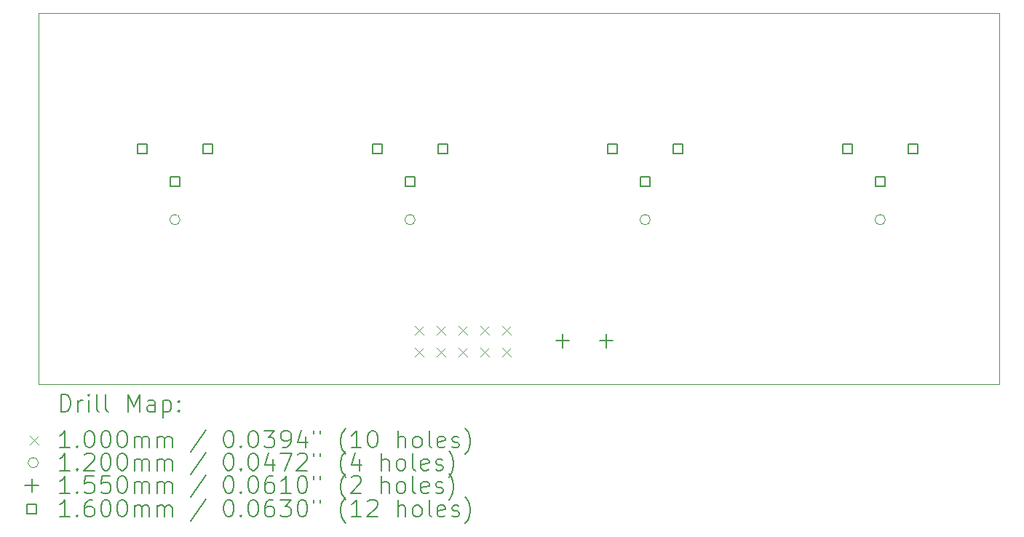
<source format=gbr>
%TF.GenerationSoftware,KiCad,Pcbnew,7.0.6*%
%TF.CreationDate,2023-11-23T12:55:43+01:00*%
%TF.ProjectId,xlrmale,786c726d-616c-4652-9e6b-696361645f70,1*%
%TF.SameCoordinates,Original*%
%TF.FileFunction,Drillmap*%
%TF.FilePolarity,Positive*%
%FSLAX45Y45*%
G04 Gerber Fmt 4.5, Leading zero omitted, Abs format (unit mm)*
G04 Created by KiCad (PCBNEW 7.0.6) date 2023-11-23 12:55:43*
%MOMM*%
%LPD*%
G01*
G04 APERTURE LIST*
%ADD10C,0.100000*%
%ADD11C,0.200000*%
%ADD12C,0.120000*%
%ADD13C,0.155000*%
%ADD14C,0.160000*%
G04 APERTURE END LIST*
D10*
X8509000Y-7620000D02*
X19685000Y-7620000D01*
X19685000Y-11938000D01*
X8509000Y-11938000D01*
X8509000Y-7620000D01*
D11*
D10*
X12881600Y-11255000D02*
X12981600Y-11355000D01*
X12981600Y-11255000D02*
X12881600Y-11355000D01*
X12881600Y-11509000D02*
X12981600Y-11609000D01*
X12981600Y-11509000D02*
X12881600Y-11609000D01*
X13135600Y-11255000D02*
X13235600Y-11355000D01*
X13235600Y-11255000D02*
X13135600Y-11355000D01*
X13135600Y-11509000D02*
X13235600Y-11609000D01*
X13235600Y-11509000D02*
X13135600Y-11609000D01*
X13389600Y-11255000D02*
X13489600Y-11355000D01*
X13489600Y-11255000D02*
X13389600Y-11355000D01*
X13389600Y-11509000D02*
X13489600Y-11609000D01*
X13489600Y-11509000D02*
X13389600Y-11609000D01*
X13643600Y-11255000D02*
X13743600Y-11355000D01*
X13743600Y-11255000D02*
X13643600Y-11355000D01*
X13643600Y-11509000D02*
X13743600Y-11609000D01*
X13743600Y-11509000D02*
X13643600Y-11609000D01*
X13897600Y-11255000D02*
X13997600Y-11355000D01*
X13997600Y-11255000D02*
X13897600Y-11355000D01*
X13897600Y-11509000D02*
X13997600Y-11609000D01*
X13997600Y-11509000D02*
X13897600Y-11609000D01*
D12*
X10152000Y-10020300D02*
G75*
G03*
X10152000Y-10020300I-60000J0D01*
G01*
X12887000Y-10020300D02*
G75*
G03*
X12887000Y-10020300I-60000J0D01*
G01*
X15622000Y-10020300D02*
G75*
G03*
X15622000Y-10020300I-60000J0D01*
G01*
X18357000Y-10020300D02*
G75*
G03*
X18357000Y-10020300I-60000J0D01*
G01*
D13*
X14605000Y-11352500D02*
X14605000Y-11507500D01*
X14527500Y-11430000D02*
X14682500Y-11430000D01*
X15113000Y-11352500D02*
X15113000Y-11507500D01*
X15035500Y-11430000D02*
X15190500Y-11430000D01*
D14*
X9767569Y-9251369D02*
X9767569Y-9138231D01*
X9654431Y-9138231D01*
X9654431Y-9251369D01*
X9767569Y-9251369D01*
X10148569Y-9632369D02*
X10148569Y-9519231D01*
X10035431Y-9519231D01*
X10035431Y-9632369D01*
X10148569Y-9632369D01*
X10529569Y-9251369D02*
X10529569Y-9138231D01*
X10416431Y-9138231D01*
X10416431Y-9251369D01*
X10529569Y-9251369D01*
X12502569Y-9251369D02*
X12502569Y-9138231D01*
X12389431Y-9138231D01*
X12389431Y-9251369D01*
X12502569Y-9251369D01*
X12883569Y-9632369D02*
X12883569Y-9519231D01*
X12770431Y-9519231D01*
X12770431Y-9632369D01*
X12883569Y-9632369D01*
X13264569Y-9251369D02*
X13264569Y-9138231D01*
X13151431Y-9138231D01*
X13151431Y-9251369D01*
X13264569Y-9251369D01*
X15237569Y-9251369D02*
X15237569Y-9138231D01*
X15124431Y-9138231D01*
X15124431Y-9251369D01*
X15237569Y-9251369D01*
X15618569Y-9632369D02*
X15618569Y-9519231D01*
X15505431Y-9519231D01*
X15505431Y-9632369D01*
X15618569Y-9632369D01*
X15999569Y-9251369D02*
X15999569Y-9138231D01*
X15886431Y-9138231D01*
X15886431Y-9251369D01*
X15999569Y-9251369D01*
X17972569Y-9251369D02*
X17972569Y-9138231D01*
X17859431Y-9138231D01*
X17859431Y-9251369D01*
X17972569Y-9251369D01*
X18353569Y-9632369D02*
X18353569Y-9519231D01*
X18240431Y-9519231D01*
X18240431Y-9632369D01*
X18353569Y-9632369D01*
X18734569Y-9251369D02*
X18734569Y-9138231D01*
X18621431Y-9138231D01*
X18621431Y-9251369D01*
X18734569Y-9251369D01*
D11*
X8764777Y-12254484D02*
X8764777Y-12054484D01*
X8764777Y-12054484D02*
X8812396Y-12054484D01*
X8812396Y-12054484D02*
X8840967Y-12064008D01*
X8840967Y-12064008D02*
X8860015Y-12083055D01*
X8860015Y-12083055D02*
X8869539Y-12102103D01*
X8869539Y-12102103D02*
X8879063Y-12140198D01*
X8879063Y-12140198D02*
X8879063Y-12168769D01*
X8879063Y-12168769D02*
X8869539Y-12206865D01*
X8869539Y-12206865D02*
X8860015Y-12225912D01*
X8860015Y-12225912D02*
X8840967Y-12244960D01*
X8840967Y-12244960D02*
X8812396Y-12254484D01*
X8812396Y-12254484D02*
X8764777Y-12254484D01*
X8964777Y-12254484D02*
X8964777Y-12121150D01*
X8964777Y-12159246D02*
X8974301Y-12140198D01*
X8974301Y-12140198D02*
X8983824Y-12130674D01*
X8983824Y-12130674D02*
X9002872Y-12121150D01*
X9002872Y-12121150D02*
X9021920Y-12121150D01*
X9088586Y-12254484D02*
X9088586Y-12121150D01*
X9088586Y-12054484D02*
X9079063Y-12064008D01*
X9079063Y-12064008D02*
X9088586Y-12073531D01*
X9088586Y-12073531D02*
X9098110Y-12064008D01*
X9098110Y-12064008D02*
X9088586Y-12054484D01*
X9088586Y-12054484D02*
X9088586Y-12073531D01*
X9212396Y-12254484D02*
X9193348Y-12244960D01*
X9193348Y-12244960D02*
X9183824Y-12225912D01*
X9183824Y-12225912D02*
X9183824Y-12054484D01*
X9317158Y-12254484D02*
X9298110Y-12244960D01*
X9298110Y-12244960D02*
X9288586Y-12225912D01*
X9288586Y-12225912D02*
X9288586Y-12054484D01*
X9545729Y-12254484D02*
X9545729Y-12054484D01*
X9545729Y-12054484D02*
X9612396Y-12197341D01*
X9612396Y-12197341D02*
X9679063Y-12054484D01*
X9679063Y-12054484D02*
X9679063Y-12254484D01*
X9860015Y-12254484D02*
X9860015Y-12149722D01*
X9860015Y-12149722D02*
X9850491Y-12130674D01*
X9850491Y-12130674D02*
X9831444Y-12121150D01*
X9831444Y-12121150D02*
X9793348Y-12121150D01*
X9793348Y-12121150D02*
X9774301Y-12130674D01*
X9860015Y-12244960D02*
X9840967Y-12254484D01*
X9840967Y-12254484D02*
X9793348Y-12254484D01*
X9793348Y-12254484D02*
X9774301Y-12244960D01*
X9774301Y-12244960D02*
X9764777Y-12225912D01*
X9764777Y-12225912D02*
X9764777Y-12206865D01*
X9764777Y-12206865D02*
X9774301Y-12187817D01*
X9774301Y-12187817D02*
X9793348Y-12178293D01*
X9793348Y-12178293D02*
X9840967Y-12178293D01*
X9840967Y-12178293D02*
X9860015Y-12168769D01*
X9955253Y-12121150D02*
X9955253Y-12321150D01*
X9955253Y-12130674D02*
X9974301Y-12121150D01*
X9974301Y-12121150D02*
X10012396Y-12121150D01*
X10012396Y-12121150D02*
X10031444Y-12130674D01*
X10031444Y-12130674D02*
X10040967Y-12140198D01*
X10040967Y-12140198D02*
X10050491Y-12159246D01*
X10050491Y-12159246D02*
X10050491Y-12216388D01*
X10050491Y-12216388D02*
X10040967Y-12235436D01*
X10040967Y-12235436D02*
X10031444Y-12244960D01*
X10031444Y-12244960D02*
X10012396Y-12254484D01*
X10012396Y-12254484D02*
X9974301Y-12254484D01*
X9974301Y-12254484D02*
X9955253Y-12244960D01*
X10136205Y-12235436D02*
X10145729Y-12244960D01*
X10145729Y-12244960D02*
X10136205Y-12254484D01*
X10136205Y-12254484D02*
X10126682Y-12244960D01*
X10126682Y-12244960D02*
X10136205Y-12235436D01*
X10136205Y-12235436D02*
X10136205Y-12254484D01*
X10136205Y-12130674D02*
X10145729Y-12140198D01*
X10145729Y-12140198D02*
X10136205Y-12149722D01*
X10136205Y-12149722D02*
X10126682Y-12140198D01*
X10126682Y-12140198D02*
X10136205Y-12130674D01*
X10136205Y-12130674D02*
X10136205Y-12149722D01*
D10*
X8404000Y-12533000D02*
X8504000Y-12633000D01*
X8504000Y-12533000D02*
X8404000Y-12633000D01*
D11*
X8869539Y-12674484D02*
X8755253Y-12674484D01*
X8812396Y-12674484D02*
X8812396Y-12474484D01*
X8812396Y-12474484D02*
X8793348Y-12503055D01*
X8793348Y-12503055D02*
X8774301Y-12522103D01*
X8774301Y-12522103D02*
X8755253Y-12531627D01*
X8955253Y-12655436D02*
X8964777Y-12664960D01*
X8964777Y-12664960D02*
X8955253Y-12674484D01*
X8955253Y-12674484D02*
X8945729Y-12664960D01*
X8945729Y-12664960D02*
X8955253Y-12655436D01*
X8955253Y-12655436D02*
X8955253Y-12674484D01*
X9088586Y-12474484D02*
X9107634Y-12474484D01*
X9107634Y-12474484D02*
X9126682Y-12484008D01*
X9126682Y-12484008D02*
X9136205Y-12493531D01*
X9136205Y-12493531D02*
X9145729Y-12512579D01*
X9145729Y-12512579D02*
X9155253Y-12550674D01*
X9155253Y-12550674D02*
X9155253Y-12598293D01*
X9155253Y-12598293D02*
X9145729Y-12636388D01*
X9145729Y-12636388D02*
X9136205Y-12655436D01*
X9136205Y-12655436D02*
X9126682Y-12664960D01*
X9126682Y-12664960D02*
X9107634Y-12674484D01*
X9107634Y-12674484D02*
X9088586Y-12674484D01*
X9088586Y-12674484D02*
X9069539Y-12664960D01*
X9069539Y-12664960D02*
X9060015Y-12655436D01*
X9060015Y-12655436D02*
X9050491Y-12636388D01*
X9050491Y-12636388D02*
X9040967Y-12598293D01*
X9040967Y-12598293D02*
X9040967Y-12550674D01*
X9040967Y-12550674D02*
X9050491Y-12512579D01*
X9050491Y-12512579D02*
X9060015Y-12493531D01*
X9060015Y-12493531D02*
X9069539Y-12484008D01*
X9069539Y-12484008D02*
X9088586Y-12474484D01*
X9279063Y-12474484D02*
X9298110Y-12474484D01*
X9298110Y-12474484D02*
X9317158Y-12484008D01*
X9317158Y-12484008D02*
X9326682Y-12493531D01*
X9326682Y-12493531D02*
X9336205Y-12512579D01*
X9336205Y-12512579D02*
X9345729Y-12550674D01*
X9345729Y-12550674D02*
X9345729Y-12598293D01*
X9345729Y-12598293D02*
X9336205Y-12636388D01*
X9336205Y-12636388D02*
X9326682Y-12655436D01*
X9326682Y-12655436D02*
X9317158Y-12664960D01*
X9317158Y-12664960D02*
X9298110Y-12674484D01*
X9298110Y-12674484D02*
X9279063Y-12674484D01*
X9279063Y-12674484D02*
X9260015Y-12664960D01*
X9260015Y-12664960D02*
X9250491Y-12655436D01*
X9250491Y-12655436D02*
X9240967Y-12636388D01*
X9240967Y-12636388D02*
X9231444Y-12598293D01*
X9231444Y-12598293D02*
X9231444Y-12550674D01*
X9231444Y-12550674D02*
X9240967Y-12512579D01*
X9240967Y-12512579D02*
X9250491Y-12493531D01*
X9250491Y-12493531D02*
X9260015Y-12484008D01*
X9260015Y-12484008D02*
X9279063Y-12474484D01*
X9469539Y-12474484D02*
X9488586Y-12474484D01*
X9488586Y-12474484D02*
X9507634Y-12484008D01*
X9507634Y-12484008D02*
X9517158Y-12493531D01*
X9517158Y-12493531D02*
X9526682Y-12512579D01*
X9526682Y-12512579D02*
X9536205Y-12550674D01*
X9536205Y-12550674D02*
X9536205Y-12598293D01*
X9536205Y-12598293D02*
X9526682Y-12636388D01*
X9526682Y-12636388D02*
X9517158Y-12655436D01*
X9517158Y-12655436D02*
X9507634Y-12664960D01*
X9507634Y-12664960D02*
X9488586Y-12674484D01*
X9488586Y-12674484D02*
X9469539Y-12674484D01*
X9469539Y-12674484D02*
X9450491Y-12664960D01*
X9450491Y-12664960D02*
X9440967Y-12655436D01*
X9440967Y-12655436D02*
X9431444Y-12636388D01*
X9431444Y-12636388D02*
X9421920Y-12598293D01*
X9421920Y-12598293D02*
X9421920Y-12550674D01*
X9421920Y-12550674D02*
X9431444Y-12512579D01*
X9431444Y-12512579D02*
X9440967Y-12493531D01*
X9440967Y-12493531D02*
X9450491Y-12484008D01*
X9450491Y-12484008D02*
X9469539Y-12474484D01*
X9621920Y-12674484D02*
X9621920Y-12541150D01*
X9621920Y-12560198D02*
X9631444Y-12550674D01*
X9631444Y-12550674D02*
X9650491Y-12541150D01*
X9650491Y-12541150D02*
X9679063Y-12541150D01*
X9679063Y-12541150D02*
X9698110Y-12550674D01*
X9698110Y-12550674D02*
X9707634Y-12569722D01*
X9707634Y-12569722D02*
X9707634Y-12674484D01*
X9707634Y-12569722D02*
X9717158Y-12550674D01*
X9717158Y-12550674D02*
X9736205Y-12541150D01*
X9736205Y-12541150D02*
X9764777Y-12541150D01*
X9764777Y-12541150D02*
X9783825Y-12550674D01*
X9783825Y-12550674D02*
X9793348Y-12569722D01*
X9793348Y-12569722D02*
X9793348Y-12674484D01*
X9888586Y-12674484D02*
X9888586Y-12541150D01*
X9888586Y-12560198D02*
X9898110Y-12550674D01*
X9898110Y-12550674D02*
X9917158Y-12541150D01*
X9917158Y-12541150D02*
X9945729Y-12541150D01*
X9945729Y-12541150D02*
X9964777Y-12550674D01*
X9964777Y-12550674D02*
X9974301Y-12569722D01*
X9974301Y-12569722D02*
X9974301Y-12674484D01*
X9974301Y-12569722D02*
X9983825Y-12550674D01*
X9983825Y-12550674D02*
X10002872Y-12541150D01*
X10002872Y-12541150D02*
X10031444Y-12541150D01*
X10031444Y-12541150D02*
X10050491Y-12550674D01*
X10050491Y-12550674D02*
X10060015Y-12569722D01*
X10060015Y-12569722D02*
X10060015Y-12674484D01*
X10450491Y-12464960D02*
X10279063Y-12722103D01*
X10707634Y-12474484D02*
X10726682Y-12474484D01*
X10726682Y-12474484D02*
X10745729Y-12484008D01*
X10745729Y-12484008D02*
X10755253Y-12493531D01*
X10755253Y-12493531D02*
X10764777Y-12512579D01*
X10764777Y-12512579D02*
X10774301Y-12550674D01*
X10774301Y-12550674D02*
X10774301Y-12598293D01*
X10774301Y-12598293D02*
X10764777Y-12636388D01*
X10764777Y-12636388D02*
X10755253Y-12655436D01*
X10755253Y-12655436D02*
X10745729Y-12664960D01*
X10745729Y-12664960D02*
X10726682Y-12674484D01*
X10726682Y-12674484D02*
X10707634Y-12674484D01*
X10707634Y-12674484D02*
X10688587Y-12664960D01*
X10688587Y-12664960D02*
X10679063Y-12655436D01*
X10679063Y-12655436D02*
X10669539Y-12636388D01*
X10669539Y-12636388D02*
X10660015Y-12598293D01*
X10660015Y-12598293D02*
X10660015Y-12550674D01*
X10660015Y-12550674D02*
X10669539Y-12512579D01*
X10669539Y-12512579D02*
X10679063Y-12493531D01*
X10679063Y-12493531D02*
X10688587Y-12484008D01*
X10688587Y-12484008D02*
X10707634Y-12474484D01*
X10860015Y-12655436D02*
X10869539Y-12664960D01*
X10869539Y-12664960D02*
X10860015Y-12674484D01*
X10860015Y-12674484D02*
X10850491Y-12664960D01*
X10850491Y-12664960D02*
X10860015Y-12655436D01*
X10860015Y-12655436D02*
X10860015Y-12674484D01*
X10993348Y-12474484D02*
X11012396Y-12474484D01*
X11012396Y-12474484D02*
X11031444Y-12484008D01*
X11031444Y-12484008D02*
X11040968Y-12493531D01*
X11040968Y-12493531D02*
X11050491Y-12512579D01*
X11050491Y-12512579D02*
X11060015Y-12550674D01*
X11060015Y-12550674D02*
X11060015Y-12598293D01*
X11060015Y-12598293D02*
X11050491Y-12636388D01*
X11050491Y-12636388D02*
X11040968Y-12655436D01*
X11040968Y-12655436D02*
X11031444Y-12664960D01*
X11031444Y-12664960D02*
X11012396Y-12674484D01*
X11012396Y-12674484D02*
X10993348Y-12674484D01*
X10993348Y-12674484D02*
X10974301Y-12664960D01*
X10974301Y-12664960D02*
X10964777Y-12655436D01*
X10964777Y-12655436D02*
X10955253Y-12636388D01*
X10955253Y-12636388D02*
X10945729Y-12598293D01*
X10945729Y-12598293D02*
X10945729Y-12550674D01*
X10945729Y-12550674D02*
X10955253Y-12512579D01*
X10955253Y-12512579D02*
X10964777Y-12493531D01*
X10964777Y-12493531D02*
X10974301Y-12484008D01*
X10974301Y-12484008D02*
X10993348Y-12474484D01*
X11126682Y-12474484D02*
X11250491Y-12474484D01*
X11250491Y-12474484D02*
X11183825Y-12550674D01*
X11183825Y-12550674D02*
X11212396Y-12550674D01*
X11212396Y-12550674D02*
X11231444Y-12560198D01*
X11231444Y-12560198D02*
X11240967Y-12569722D01*
X11240967Y-12569722D02*
X11250491Y-12588769D01*
X11250491Y-12588769D02*
X11250491Y-12636388D01*
X11250491Y-12636388D02*
X11240967Y-12655436D01*
X11240967Y-12655436D02*
X11231444Y-12664960D01*
X11231444Y-12664960D02*
X11212396Y-12674484D01*
X11212396Y-12674484D02*
X11155253Y-12674484D01*
X11155253Y-12674484D02*
X11136206Y-12664960D01*
X11136206Y-12664960D02*
X11126682Y-12655436D01*
X11345729Y-12674484D02*
X11383825Y-12674484D01*
X11383825Y-12674484D02*
X11402872Y-12664960D01*
X11402872Y-12664960D02*
X11412396Y-12655436D01*
X11412396Y-12655436D02*
X11431444Y-12626865D01*
X11431444Y-12626865D02*
X11440967Y-12588769D01*
X11440967Y-12588769D02*
X11440967Y-12512579D01*
X11440967Y-12512579D02*
X11431444Y-12493531D01*
X11431444Y-12493531D02*
X11421920Y-12484008D01*
X11421920Y-12484008D02*
X11402872Y-12474484D01*
X11402872Y-12474484D02*
X11364777Y-12474484D01*
X11364777Y-12474484D02*
X11345729Y-12484008D01*
X11345729Y-12484008D02*
X11336206Y-12493531D01*
X11336206Y-12493531D02*
X11326682Y-12512579D01*
X11326682Y-12512579D02*
X11326682Y-12560198D01*
X11326682Y-12560198D02*
X11336206Y-12579246D01*
X11336206Y-12579246D02*
X11345729Y-12588769D01*
X11345729Y-12588769D02*
X11364777Y-12598293D01*
X11364777Y-12598293D02*
X11402872Y-12598293D01*
X11402872Y-12598293D02*
X11421920Y-12588769D01*
X11421920Y-12588769D02*
X11431444Y-12579246D01*
X11431444Y-12579246D02*
X11440967Y-12560198D01*
X11612396Y-12541150D02*
X11612396Y-12674484D01*
X11564777Y-12464960D02*
X11517158Y-12607817D01*
X11517158Y-12607817D02*
X11640967Y-12607817D01*
X11707634Y-12474484D02*
X11707634Y-12512579D01*
X11783825Y-12474484D02*
X11783825Y-12512579D01*
X12079063Y-12750674D02*
X12069539Y-12741150D01*
X12069539Y-12741150D02*
X12050491Y-12712579D01*
X12050491Y-12712579D02*
X12040968Y-12693531D01*
X12040968Y-12693531D02*
X12031444Y-12664960D01*
X12031444Y-12664960D02*
X12021920Y-12617341D01*
X12021920Y-12617341D02*
X12021920Y-12579246D01*
X12021920Y-12579246D02*
X12031444Y-12531627D01*
X12031444Y-12531627D02*
X12040968Y-12503055D01*
X12040968Y-12503055D02*
X12050491Y-12484008D01*
X12050491Y-12484008D02*
X12069539Y-12455436D01*
X12069539Y-12455436D02*
X12079063Y-12445912D01*
X12260015Y-12674484D02*
X12145729Y-12674484D01*
X12202872Y-12674484D02*
X12202872Y-12474484D01*
X12202872Y-12474484D02*
X12183825Y-12503055D01*
X12183825Y-12503055D02*
X12164777Y-12522103D01*
X12164777Y-12522103D02*
X12145729Y-12531627D01*
X12383825Y-12474484D02*
X12402872Y-12474484D01*
X12402872Y-12474484D02*
X12421920Y-12484008D01*
X12421920Y-12484008D02*
X12431444Y-12493531D01*
X12431444Y-12493531D02*
X12440968Y-12512579D01*
X12440968Y-12512579D02*
X12450491Y-12550674D01*
X12450491Y-12550674D02*
X12450491Y-12598293D01*
X12450491Y-12598293D02*
X12440968Y-12636388D01*
X12440968Y-12636388D02*
X12431444Y-12655436D01*
X12431444Y-12655436D02*
X12421920Y-12664960D01*
X12421920Y-12664960D02*
X12402872Y-12674484D01*
X12402872Y-12674484D02*
X12383825Y-12674484D01*
X12383825Y-12674484D02*
X12364777Y-12664960D01*
X12364777Y-12664960D02*
X12355253Y-12655436D01*
X12355253Y-12655436D02*
X12345729Y-12636388D01*
X12345729Y-12636388D02*
X12336206Y-12598293D01*
X12336206Y-12598293D02*
X12336206Y-12550674D01*
X12336206Y-12550674D02*
X12345729Y-12512579D01*
X12345729Y-12512579D02*
X12355253Y-12493531D01*
X12355253Y-12493531D02*
X12364777Y-12484008D01*
X12364777Y-12484008D02*
X12383825Y-12474484D01*
X12688587Y-12674484D02*
X12688587Y-12474484D01*
X12774301Y-12674484D02*
X12774301Y-12569722D01*
X12774301Y-12569722D02*
X12764777Y-12550674D01*
X12764777Y-12550674D02*
X12745730Y-12541150D01*
X12745730Y-12541150D02*
X12717158Y-12541150D01*
X12717158Y-12541150D02*
X12698110Y-12550674D01*
X12698110Y-12550674D02*
X12688587Y-12560198D01*
X12898110Y-12674484D02*
X12879063Y-12664960D01*
X12879063Y-12664960D02*
X12869539Y-12655436D01*
X12869539Y-12655436D02*
X12860015Y-12636388D01*
X12860015Y-12636388D02*
X12860015Y-12579246D01*
X12860015Y-12579246D02*
X12869539Y-12560198D01*
X12869539Y-12560198D02*
X12879063Y-12550674D01*
X12879063Y-12550674D02*
X12898110Y-12541150D01*
X12898110Y-12541150D02*
X12926682Y-12541150D01*
X12926682Y-12541150D02*
X12945730Y-12550674D01*
X12945730Y-12550674D02*
X12955253Y-12560198D01*
X12955253Y-12560198D02*
X12964777Y-12579246D01*
X12964777Y-12579246D02*
X12964777Y-12636388D01*
X12964777Y-12636388D02*
X12955253Y-12655436D01*
X12955253Y-12655436D02*
X12945730Y-12664960D01*
X12945730Y-12664960D02*
X12926682Y-12674484D01*
X12926682Y-12674484D02*
X12898110Y-12674484D01*
X13079063Y-12674484D02*
X13060015Y-12664960D01*
X13060015Y-12664960D02*
X13050491Y-12645912D01*
X13050491Y-12645912D02*
X13050491Y-12474484D01*
X13231444Y-12664960D02*
X13212396Y-12674484D01*
X13212396Y-12674484D02*
X13174301Y-12674484D01*
X13174301Y-12674484D02*
X13155253Y-12664960D01*
X13155253Y-12664960D02*
X13145730Y-12645912D01*
X13145730Y-12645912D02*
X13145730Y-12569722D01*
X13145730Y-12569722D02*
X13155253Y-12550674D01*
X13155253Y-12550674D02*
X13174301Y-12541150D01*
X13174301Y-12541150D02*
X13212396Y-12541150D01*
X13212396Y-12541150D02*
X13231444Y-12550674D01*
X13231444Y-12550674D02*
X13240968Y-12569722D01*
X13240968Y-12569722D02*
X13240968Y-12588769D01*
X13240968Y-12588769D02*
X13145730Y-12607817D01*
X13317158Y-12664960D02*
X13336206Y-12674484D01*
X13336206Y-12674484D02*
X13374301Y-12674484D01*
X13374301Y-12674484D02*
X13393349Y-12664960D01*
X13393349Y-12664960D02*
X13402872Y-12645912D01*
X13402872Y-12645912D02*
X13402872Y-12636388D01*
X13402872Y-12636388D02*
X13393349Y-12617341D01*
X13393349Y-12617341D02*
X13374301Y-12607817D01*
X13374301Y-12607817D02*
X13345730Y-12607817D01*
X13345730Y-12607817D02*
X13326682Y-12598293D01*
X13326682Y-12598293D02*
X13317158Y-12579246D01*
X13317158Y-12579246D02*
X13317158Y-12569722D01*
X13317158Y-12569722D02*
X13326682Y-12550674D01*
X13326682Y-12550674D02*
X13345730Y-12541150D01*
X13345730Y-12541150D02*
X13374301Y-12541150D01*
X13374301Y-12541150D02*
X13393349Y-12550674D01*
X13469539Y-12750674D02*
X13479063Y-12741150D01*
X13479063Y-12741150D02*
X13498111Y-12712579D01*
X13498111Y-12712579D02*
X13507634Y-12693531D01*
X13507634Y-12693531D02*
X13517158Y-12664960D01*
X13517158Y-12664960D02*
X13526682Y-12617341D01*
X13526682Y-12617341D02*
X13526682Y-12579246D01*
X13526682Y-12579246D02*
X13517158Y-12531627D01*
X13517158Y-12531627D02*
X13507634Y-12503055D01*
X13507634Y-12503055D02*
X13498111Y-12484008D01*
X13498111Y-12484008D02*
X13479063Y-12455436D01*
X13479063Y-12455436D02*
X13469539Y-12445912D01*
D12*
X8504000Y-12847000D02*
G75*
G03*
X8504000Y-12847000I-60000J0D01*
G01*
D11*
X8869539Y-12938484D02*
X8755253Y-12938484D01*
X8812396Y-12938484D02*
X8812396Y-12738484D01*
X8812396Y-12738484D02*
X8793348Y-12767055D01*
X8793348Y-12767055D02*
X8774301Y-12786103D01*
X8774301Y-12786103D02*
X8755253Y-12795627D01*
X8955253Y-12919436D02*
X8964777Y-12928960D01*
X8964777Y-12928960D02*
X8955253Y-12938484D01*
X8955253Y-12938484D02*
X8945729Y-12928960D01*
X8945729Y-12928960D02*
X8955253Y-12919436D01*
X8955253Y-12919436D02*
X8955253Y-12938484D01*
X9040967Y-12757531D02*
X9050491Y-12748008D01*
X9050491Y-12748008D02*
X9069539Y-12738484D01*
X9069539Y-12738484D02*
X9117158Y-12738484D01*
X9117158Y-12738484D02*
X9136205Y-12748008D01*
X9136205Y-12748008D02*
X9145729Y-12757531D01*
X9145729Y-12757531D02*
X9155253Y-12776579D01*
X9155253Y-12776579D02*
X9155253Y-12795627D01*
X9155253Y-12795627D02*
X9145729Y-12824198D01*
X9145729Y-12824198D02*
X9031444Y-12938484D01*
X9031444Y-12938484D02*
X9155253Y-12938484D01*
X9279063Y-12738484D02*
X9298110Y-12738484D01*
X9298110Y-12738484D02*
X9317158Y-12748008D01*
X9317158Y-12748008D02*
X9326682Y-12757531D01*
X9326682Y-12757531D02*
X9336205Y-12776579D01*
X9336205Y-12776579D02*
X9345729Y-12814674D01*
X9345729Y-12814674D02*
X9345729Y-12862293D01*
X9345729Y-12862293D02*
X9336205Y-12900388D01*
X9336205Y-12900388D02*
X9326682Y-12919436D01*
X9326682Y-12919436D02*
X9317158Y-12928960D01*
X9317158Y-12928960D02*
X9298110Y-12938484D01*
X9298110Y-12938484D02*
X9279063Y-12938484D01*
X9279063Y-12938484D02*
X9260015Y-12928960D01*
X9260015Y-12928960D02*
X9250491Y-12919436D01*
X9250491Y-12919436D02*
X9240967Y-12900388D01*
X9240967Y-12900388D02*
X9231444Y-12862293D01*
X9231444Y-12862293D02*
X9231444Y-12814674D01*
X9231444Y-12814674D02*
X9240967Y-12776579D01*
X9240967Y-12776579D02*
X9250491Y-12757531D01*
X9250491Y-12757531D02*
X9260015Y-12748008D01*
X9260015Y-12748008D02*
X9279063Y-12738484D01*
X9469539Y-12738484D02*
X9488586Y-12738484D01*
X9488586Y-12738484D02*
X9507634Y-12748008D01*
X9507634Y-12748008D02*
X9517158Y-12757531D01*
X9517158Y-12757531D02*
X9526682Y-12776579D01*
X9526682Y-12776579D02*
X9536205Y-12814674D01*
X9536205Y-12814674D02*
X9536205Y-12862293D01*
X9536205Y-12862293D02*
X9526682Y-12900388D01*
X9526682Y-12900388D02*
X9517158Y-12919436D01*
X9517158Y-12919436D02*
X9507634Y-12928960D01*
X9507634Y-12928960D02*
X9488586Y-12938484D01*
X9488586Y-12938484D02*
X9469539Y-12938484D01*
X9469539Y-12938484D02*
X9450491Y-12928960D01*
X9450491Y-12928960D02*
X9440967Y-12919436D01*
X9440967Y-12919436D02*
X9431444Y-12900388D01*
X9431444Y-12900388D02*
X9421920Y-12862293D01*
X9421920Y-12862293D02*
X9421920Y-12814674D01*
X9421920Y-12814674D02*
X9431444Y-12776579D01*
X9431444Y-12776579D02*
X9440967Y-12757531D01*
X9440967Y-12757531D02*
X9450491Y-12748008D01*
X9450491Y-12748008D02*
X9469539Y-12738484D01*
X9621920Y-12938484D02*
X9621920Y-12805150D01*
X9621920Y-12824198D02*
X9631444Y-12814674D01*
X9631444Y-12814674D02*
X9650491Y-12805150D01*
X9650491Y-12805150D02*
X9679063Y-12805150D01*
X9679063Y-12805150D02*
X9698110Y-12814674D01*
X9698110Y-12814674D02*
X9707634Y-12833722D01*
X9707634Y-12833722D02*
X9707634Y-12938484D01*
X9707634Y-12833722D02*
X9717158Y-12814674D01*
X9717158Y-12814674D02*
X9736205Y-12805150D01*
X9736205Y-12805150D02*
X9764777Y-12805150D01*
X9764777Y-12805150D02*
X9783825Y-12814674D01*
X9783825Y-12814674D02*
X9793348Y-12833722D01*
X9793348Y-12833722D02*
X9793348Y-12938484D01*
X9888586Y-12938484D02*
X9888586Y-12805150D01*
X9888586Y-12824198D02*
X9898110Y-12814674D01*
X9898110Y-12814674D02*
X9917158Y-12805150D01*
X9917158Y-12805150D02*
X9945729Y-12805150D01*
X9945729Y-12805150D02*
X9964777Y-12814674D01*
X9964777Y-12814674D02*
X9974301Y-12833722D01*
X9974301Y-12833722D02*
X9974301Y-12938484D01*
X9974301Y-12833722D02*
X9983825Y-12814674D01*
X9983825Y-12814674D02*
X10002872Y-12805150D01*
X10002872Y-12805150D02*
X10031444Y-12805150D01*
X10031444Y-12805150D02*
X10050491Y-12814674D01*
X10050491Y-12814674D02*
X10060015Y-12833722D01*
X10060015Y-12833722D02*
X10060015Y-12938484D01*
X10450491Y-12728960D02*
X10279063Y-12986103D01*
X10707634Y-12738484D02*
X10726682Y-12738484D01*
X10726682Y-12738484D02*
X10745729Y-12748008D01*
X10745729Y-12748008D02*
X10755253Y-12757531D01*
X10755253Y-12757531D02*
X10764777Y-12776579D01*
X10764777Y-12776579D02*
X10774301Y-12814674D01*
X10774301Y-12814674D02*
X10774301Y-12862293D01*
X10774301Y-12862293D02*
X10764777Y-12900388D01*
X10764777Y-12900388D02*
X10755253Y-12919436D01*
X10755253Y-12919436D02*
X10745729Y-12928960D01*
X10745729Y-12928960D02*
X10726682Y-12938484D01*
X10726682Y-12938484D02*
X10707634Y-12938484D01*
X10707634Y-12938484D02*
X10688587Y-12928960D01*
X10688587Y-12928960D02*
X10679063Y-12919436D01*
X10679063Y-12919436D02*
X10669539Y-12900388D01*
X10669539Y-12900388D02*
X10660015Y-12862293D01*
X10660015Y-12862293D02*
X10660015Y-12814674D01*
X10660015Y-12814674D02*
X10669539Y-12776579D01*
X10669539Y-12776579D02*
X10679063Y-12757531D01*
X10679063Y-12757531D02*
X10688587Y-12748008D01*
X10688587Y-12748008D02*
X10707634Y-12738484D01*
X10860015Y-12919436D02*
X10869539Y-12928960D01*
X10869539Y-12928960D02*
X10860015Y-12938484D01*
X10860015Y-12938484D02*
X10850491Y-12928960D01*
X10850491Y-12928960D02*
X10860015Y-12919436D01*
X10860015Y-12919436D02*
X10860015Y-12938484D01*
X10993348Y-12738484D02*
X11012396Y-12738484D01*
X11012396Y-12738484D02*
X11031444Y-12748008D01*
X11031444Y-12748008D02*
X11040968Y-12757531D01*
X11040968Y-12757531D02*
X11050491Y-12776579D01*
X11050491Y-12776579D02*
X11060015Y-12814674D01*
X11060015Y-12814674D02*
X11060015Y-12862293D01*
X11060015Y-12862293D02*
X11050491Y-12900388D01*
X11050491Y-12900388D02*
X11040968Y-12919436D01*
X11040968Y-12919436D02*
X11031444Y-12928960D01*
X11031444Y-12928960D02*
X11012396Y-12938484D01*
X11012396Y-12938484D02*
X10993348Y-12938484D01*
X10993348Y-12938484D02*
X10974301Y-12928960D01*
X10974301Y-12928960D02*
X10964777Y-12919436D01*
X10964777Y-12919436D02*
X10955253Y-12900388D01*
X10955253Y-12900388D02*
X10945729Y-12862293D01*
X10945729Y-12862293D02*
X10945729Y-12814674D01*
X10945729Y-12814674D02*
X10955253Y-12776579D01*
X10955253Y-12776579D02*
X10964777Y-12757531D01*
X10964777Y-12757531D02*
X10974301Y-12748008D01*
X10974301Y-12748008D02*
X10993348Y-12738484D01*
X11231444Y-12805150D02*
X11231444Y-12938484D01*
X11183825Y-12728960D02*
X11136206Y-12871817D01*
X11136206Y-12871817D02*
X11260015Y-12871817D01*
X11317158Y-12738484D02*
X11450491Y-12738484D01*
X11450491Y-12738484D02*
X11364777Y-12938484D01*
X11517158Y-12757531D02*
X11526682Y-12748008D01*
X11526682Y-12748008D02*
X11545729Y-12738484D01*
X11545729Y-12738484D02*
X11593348Y-12738484D01*
X11593348Y-12738484D02*
X11612396Y-12748008D01*
X11612396Y-12748008D02*
X11621920Y-12757531D01*
X11621920Y-12757531D02*
X11631444Y-12776579D01*
X11631444Y-12776579D02*
X11631444Y-12795627D01*
X11631444Y-12795627D02*
X11621920Y-12824198D01*
X11621920Y-12824198D02*
X11507634Y-12938484D01*
X11507634Y-12938484D02*
X11631444Y-12938484D01*
X11707634Y-12738484D02*
X11707634Y-12776579D01*
X11783825Y-12738484D02*
X11783825Y-12776579D01*
X12079063Y-13014674D02*
X12069539Y-13005150D01*
X12069539Y-13005150D02*
X12050491Y-12976579D01*
X12050491Y-12976579D02*
X12040968Y-12957531D01*
X12040968Y-12957531D02*
X12031444Y-12928960D01*
X12031444Y-12928960D02*
X12021920Y-12881341D01*
X12021920Y-12881341D02*
X12021920Y-12843246D01*
X12021920Y-12843246D02*
X12031444Y-12795627D01*
X12031444Y-12795627D02*
X12040968Y-12767055D01*
X12040968Y-12767055D02*
X12050491Y-12748008D01*
X12050491Y-12748008D02*
X12069539Y-12719436D01*
X12069539Y-12719436D02*
X12079063Y-12709912D01*
X12240968Y-12805150D02*
X12240968Y-12938484D01*
X12193348Y-12728960D02*
X12145729Y-12871817D01*
X12145729Y-12871817D02*
X12269539Y-12871817D01*
X12498110Y-12938484D02*
X12498110Y-12738484D01*
X12583825Y-12938484D02*
X12583825Y-12833722D01*
X12583825Y-12833722D02*
X12574301Y-12814674D01*
X12574301Y-12814674D02*
X12555253Y-12805150D01*
X12555253Y-12805150D02*
X12526682Y-12805150D01*
X12526682Y-12805150D02*
X12507634Y-12814674D01*
X12507634Y-12814674D02*
X12498110Y-12824198D01*
X12707634Y-12938484D02*
X12688587Y-12928960D01*
X12688587Y-12928960D02*
X12679063Y-12919436D01*
X12679063Y-12919436D02*
X12669539Y-12900388D01*
X12669539Y-12900388D02*
X12669539Y-12843246D01*
X12669539Y-12843246D02*
X12679063Y-12824198D01*
X12679063Y-12824198D02*
X12688587Y-12814674D01*
X12688587Y-12814674D02*
X12707634Y-12805150D01*
X12707634Y-12805150D02*
X12736206Y-12805150D01*
X12736206Y-12805150D02*
X12755253Y-12814674D01*
X12755253Y-12814674D02*
X12764777Y-12824198D01*
X12764777Y-12824198D02*
X12774301Y-12843246D01*
X12774301Y-12843246D02*
X12774301Y-12900388D01*
X12774301Y-12900388D02*
X12764777Y-12919436D01*
X12764777Y-12919436D02*
X12755253Y-12928960D01*
X12755253Y-12928960D02*
X12736206Y-12938484D01*
X12736206Y-12938484D02*
X12707634Y-12938484D01*
X12888587Y-12938484D02*
X12869539Y-12928960D01*
X12869539Y-12928960D02*
X12860015Y-12909912D01*
X12860015Y-12909912D02*
X12860015Y-12738484D01*
X13040968Y-12928960D02*
X13021920Y-12938484D01*
X13021920Y-12938484D02*
X12983825Y-12938484D01*
X12983825Y-12938484D02*
X12964777Y-12928960D01*
X12964777Y-12928960D02*
X12955253Y-12909912D01*
X12955253Y-12909912D02*
X12955253Y-12833722D01*
X12955253Y-12833722D02*
X12964777Y-12814674D01*
X12964777Y-12814674D02*
X12983825Y-12805150D01*
X12983825Y-12805150D02*
X13021920Y-12805150D01*
X13021920Y-12805150D02*
X13040968Y-12814674D01*
X13040968Y-12814674D02*
X13050491Y-12833722D01*
X13050491Y-12833722D02*
X13050491Y-12852769D01*
X13050491Y-12852769D02*
X12955253Y-12871817D01*
X13126682Y-12928960D02*
X13145730Y-12938484D01*
X13145730Y-12938484D02*
X13183825Y-12938484D01*
X13183825Y-12938484D02*
X13202872Y-12928960D01*
X13202872Y-12928960D02*
X13212396Y-12909912D01*
X13212396Y-12909912D02*
X13212396Y-12900388D01*
X13212396Y-12900388D02*
X13202872Y-12881341D01*
X13202872Y-12881341D02*
X13183825Y-12871817D01*
X13183825Y-12871817D02*
X13155253Y-12871817D01*
X13155253Y-12871817D02*
X13136206Y-12862293D01*
X13136206Y-12862293D02*
X13126682Y-12843246D01*
X13126682Y-12843246D02*
X13126682Y-12833722D01*
X13126682Y-12833722D02*
X13136206Y-12814674D01*
X13136206Y-12814674D02*
X13155253Y-12805150D01*
X13155253Y-12805150D02*
X13183825Y-12805150D01*
X13183825Y-12805150D02*
X13202872Y-12814674D01*
X13279063Y-13014674D02*
X13288587Y-13005150D01*
X13288587Y-13005150D02*
X13307634Y-12976579D01*
X13307634Y-12976579D02*
X13317158Y-12957531D01*
X13317158Y-12957531D02*
X13326682Y-12928960D01*
X13326682Y-12928960D02*
X13336206Y-12881341D01*
X13336206Y-12881341D02*
X13336206Y-12843246D01*
X13336206Y-12843246D02*
X13326682Y-12795627D01*
X13326682Y-12795627D02*
X13317158Y-12767055D01*
X13317158Y-12767055D02*
X13307634Y-12748008D01*
X13307634Y-12748008D02*
X13288587Y-12719436D01*
X13288587Y-12719436D02*
X13279063Y-12709912D01*
D13*
X8426500Y-13033500D02*
X8426500Y-13188500D01*
X8349000Y-13111000D02*
X8504000Y-13111000D01*
D11*
X8869539Y-13202484D02*
X8755253Y-13202484D01*
X8812396Y-13202484D02*
X8812396Y-13002484D01*
X8812396Y-13002484D02*
X8793348Y-13031055D01*
X8793348Y-13031055D02*
X8774301Y-13050103D01*
X8774301Y-13050103D02*
X8755253Y-13059627D01*
X8955253Y-13183436D02*
X8964777Y-13192960D01*
X8964777Y-13192960D02*
X8955253Y-13202484D01*
X8955253Y-13202484D02*
X8945729Y-13192960D01*
X8945729Y-13192960D02*
X8955253Y-13183436D01*
X8955253Y-13183436D02*
X8955253Y-13202484D01*
X9145729Y-13002484D02*
X9050491Y-13002484D01*
X9050491Y-13002484D02*
X9040967Y-13097722D01*
X9040967Y-13097722D02*
X9050491Y-13088198D01*
X9050491Y-13088198D02*
X9069539Y-13078674D01*
X9069539Y-13078674D02*
X9117158Y-13078674D01*
X9117158Y-13078674D02*
X9136205Y-13088198D01*
X9136205Y-13088198D02*
X9145729Y-13097722D01*
X9145729Y-13097722D02*
X9155253Y-13116769D01*
X9155253Y-13116769D02*
X9155253Y-13164388D01*
X9155253Y-13164388D02*
X9145729Y-13183436D01*
X9145729Y-13183436D02*
X9136205Y-13192960D01*
X9136205Y-13192960D02*
X9117158Y-13202484D01*
X9117158Y-13202484D02*
X9069539Y-13202484D01*
X9069539Y-13202484D02*
X9050491Y-13192960D01*
X9050491Y-13192960D02*
X9040967Y-13183436D01*
X9336205Y-13002484D02*
X9240967Y-13002484D01*
X9240967Y-13002484D02*
X9231444Y-13097722D01*
X9231444Y-13097722D02*
X9240967Y-13088198D01*
X9240967Y-13088198D02*
X9260015Y-13078674D01*
X9260015Y-13078674D02*
X9307634Y-13078674D01*
X9307634Y-13078674D02*
X9326682Y-13088198D01*
X9326682Y-13088198D02*
X9336205Y-13097722D01*
X9336205Y-13097722D02*
X9345729Y-13116769D01*
X9345729Y-13116769D02*
X9345729Y-13164388D01*
X9345729Y-13164388D02*
X9336205Y-13183436D01*
X9336205Y-13183436D02*
X9326682Y-13192960D01*
X9326682Y-13192960D02*
X9307634Y-13202484D01*
X9307634Y-13202484D02*
X9260015Y-13202484D01*
X9260015Y-13202484D02*
X9240967Y-13192960D01*
X9240967Y-13192960D02*
X9231444Y-13183436D01*
X9469539Y-13002484D02*
X9488586Y-13002484D01*
X9488586Y-13002484D02*
X9507634Y-13012008D01*
X9507634Y-13012008D02*
X9517158Y-13021531D01*
X9517158Y-13021531D02*
X9526682Y-13040579D01*
X9526682Y-13040579D02*
X9536205Y-13078674D01*
X9536205Y-13078674D02*
X9536205Y-13126293D01*
X9536205Y-13126293D02*
X9526682Y-13164388D01*
X9526682Y-13164388D02*
X9517158Y-13183436D01*
X9517158Y-13183436D02*
X9507634Y-13192960D01*
X9507634Y-13192960D02*
X9488586Y-13202484D01*
X9488586Y-13202484D02*
X9469539Y-13202484D01*
X9469539Y-13202484D02*
X9450491Y-13192960D01*
X9450491Y-13192960D02*
X9440967Y-13183436D01*
X9440967Y-13183436D02*
X9431444Y-13164388D01*
X9431444Y-13164388D02*
X9421920Y-13126293D01*
X9421920Y-13126293D02*
X9421920Y-13078674D01*
X9421920Y-13078674D02*
X9431444Y-13040579D01*
X9431444Y-13040579D02*
X9440967Y-13021531D01*
X9440967Y-13021531D02*
X9450491Y-13012008D01*
X9450491Y-13012008D02*
X9469539Y-13002484D01*
X9621920Y-13202484D02*
X9621920Y-13069150D01*
X9621920Y-13088198D02*
X9631444Y-13078674D01*
X9631444Y-13078674D02*
X9650491Y-13069150D01*
X9650491Y-13069150D02*
X9679063Y-13069150D01*
X9679063Y-13069150D02*
X9698110Y-13078674D01*
X9698110Y-13078674D02*
X9707634Y-13097722D01*
X9707634Y-13097722D02*
X9707634Y-13202484D01*
X9707634Y-13097722D02*
X9717158Y-13078674D01*
X9717158Y-13078674D02*
X9736205Y-13069150D01*
X9736205Y-13069150D02*
X9764777Y-13069150D01*
X9764777Y-13069150D02*
X9783825Y-13078674D01*
X9783825Y-13078674D02*
X9793348Y-13097722D01*
X9793348Y-13097722D02*
X9793348Y-13202484D01*
X9888586Y-13202484D02*
X9888586Y-13069150D01*
X9888586Y-13088198D02*
X9898110Y-13078674D01*
X9898110Y-13078674D02*
X9917158Y-13069150D01*
X9917158Y-13069150D02*
X9945729Y-13069150D01*
X9945729Y-13069150D02*
X9964777Y-13078674D01*
X9964777Y-13078674D02*
X9974301Y-13097722D01*
X9974301Y-13097722D02*
X9974301Y-13202484D01*
X9974301Y-13097722D02*
X9983825Y-13078674D01*
X9983825Y-13078674D02*
X10002872Y-13069150D01*
X10002872Y-13069150D02*
X10031444Y-13069150D01*
X10031444Y-13069150D02*
X10050491Y-13078674D01*
X10050491Y-13078674D02*
X10060015Y-13097722D01*
X10060015Y-13097722D02*
X10060015Y-13202484D01*
X10450491Y-12992960D02*
X10279063Y-13250103D01*
X10707634Y-13002484D02*
X10726682Y-13002484D01*
X10726682Y-13002484D02*
X10745729Y-13012008D01*
X10745729Y-13012008D02*
X10755253Y-13021531D01*
X10755253Y-13021531D02*
X10764777Y-13040579D01*
X10764777Y-13040579D02*
X10774301Y-13078674D01*
X10774301Y-13078674D02*
X10774301Y-13126293D01*
X10774301Y-13126293D02*
X10764777Y-13164388D01*
X10764777Y-13164388D02*
X10755253Y-13183436D01*
X10755253Y-13183436D02*
X10745729Y-13192960D01*
X10745729Y-13192960D02*
X10726682Y-13202484D01*
X10726682Y-13202484D02*
X10707634Y-13202484D01*
X10707634Y-13202484D02*
X10688587Y-13192960D01*
X10688587Y-13192960D02*
X10679063Y-13183436D01*
X10679063Y-13183436D02*
X10669539Y-13164388D01*
X10669539Y-13164388D02*
X10660015Y-13126293D01*
X10660015Y-13126293D02*
X10660015Y-13078674D01*
X10660015Y-13078674D02*
X10669539Y-13040579D01*
X10669539Y-13040579D02*
X10679063Y-13021531D01*
X10679063Y-13021531D02*
X10688587Y-13012008D01*
X10688587Y-13012008D02*
X10707634Y-13002484D01*
X10860015Y-13183436D02*
X10869539Y-13192960D01*
X10869539Y-13192960D02*
X10860015Y-13202484D01*
X10860015Y-13202484D02*
X10850491Y-13192960D01*
X10850491Y-13192960D02*
X10860015Y-13183436D01*
X10860015Y-13183436D02*
X10860015Y-13202484D01*
X10993348Y-13002484D02*
X11012396Y-13002484D01*
X11012396Y-13002484D02*
X11031444Y-13012008D01*
X11031444Y-13012008D02*
X11040968Y-13021531D01*
X11040968Y-13021531D02*
X11050491Y-13040579D01*
X11050491Y-13040579D02*
X11060015Y-13078674D01*
X11060015Y-13078674D02*
X11060015Y-13126293D01*
X11060015Y-13126293D02*
X11050491Y-13164388D01*
X11050491Y-13164388D02*
X11040968Y-13183436D01*
X11040968Y-13183436D02*
X11031444Y-13192960D01*
X11031444Y-13192960D02*
X11012396Y-13202484D01*
X11012396Y-13202484D02*
X10993348Y-13202484D01*
X10993348Y-13202484D02*
X10974301Y-13192960D01*
X10974301Y-13192960D02*
X10964777Y-13183436D01*
X10964777Y-13183436D02*
X10955253Y-13164388D01*
X10955253Y-13164388D02*
X10945729Y-13126293D01*
X10945729Y-13126293D02*
X10945729Y-13078674D01*
X10945729Y-13078674D02*
X10955253Y-13040579D01*
X10955253Y-13040579D02*
X10964777Y-13021531D01*
X10964777Y-13021531D02*
X10974301Y-13012008D01*
X10974301Y-13012008D02*
X10993348Y-13002484D01*
X11231444Y-13002484D02*
X11193348Y-13002484D01*
X11193348Y-13002484D02*
X11174301Y-13012008D01*
X11174301Y-13012008D02*
X11164777Y-13021531D01*
X11164777Y-13021531D02*
X11145729Y-13050103D01*
X11145729Y-13050103D02*
X11136206Y-13088198D01*
X11136206Y-13088198D02*
X11136206Y-13164388D01*
X11136206Y-13164388D02*
X11145729Y-13183436D01*
X11145729Y-13183436D02*
X11155253Y-13192960D01*
X11155253Y-13192960D02*
X11174301Y-13202484D01*
X11174301Y-13202484D02*
X11212396Y-13202484D01*
X11212396Y-13202484D02*
X11231444Y-13192960D01*
X11231444Y-13192960D02*
X11240967Y-13183436D01*
X11240967Y-13183436D02*
X11250491Y-13164388D01*
X11250491Y-13164388D02*
X11250491Y-13116769D01*
X11250491Y-13116769D02*
X11240967Y-13097722D01*
X11240967Y-13097722D02*
X11231444Y-13088198D01*
X11231444Y-13088198D02*
X11212396Y-13078674D01*
X11212396Y-13078674D02*
X11174301Y-13078674D01*
X11174301Y-13078674D02*
X11155253Y-13088198D01*
X11155253Y-13088198D02*
X11145729Y-13097722D01*
X11145729Y-13097722D02*
X11136206Y-13116769D01*
X11440967Y-13202484D02*
X11326682Y-13202484D01*
X11383825Y-13202484D02*
X11383825Y-13002484D01*
X11383825Y-13002484D02*
X11364777Y-13031055D01*
X11364777Y-13031055D02*
X11345729Y-13050103D01*
X11345729Y-13050103D02*
X11326682Y-13059627D01*
X11564777Y-13002484D02*
X11583825Y-13002484D01*
X11583825Y-13002484D02*
X11602872Y-13012008D01*
X11602872Y-13012008D02*
X11612396Y-13021531D01*
X11612396Y-13021531D02*
X11621920Y-13040579D01*
X11621920Y-13040579D02*
X11631444Y-13078674D01*
X11631444Y-13078674D02*
X11631444Y-13126293D01*
X11631444Y-13126293D02*
X11621920Y-13164388D01*
X11621920Y-13164388D02*
X11612396Y-13183436D01*
X11612396Y-13183436D02*
X11602872Y-13192960D01*
X11602872Y-13192960D02*
X11583825Y-13202484D01*
X11583825Y-13202484D02*
X11564777Y-13202484D01*
X11564777Y-13202484D02*
X11545729Y-13192960D01*
X11545729Y-13192960D02*
X11536206Y-13183436D01*
X11536206Y-13183436D02*
X11526682Y-13164388D01*
X11526682Y-13164388D02*
X11517158Y-13126293D01*
X11517158Y-13126293D02*
X11517158Y-13078674D01*
X11517158Y-13078674D02*
X11526682Y-13040579D01*
X11526682Y-13040579D02*
X11536206Y-13021531D01*
X11536206Y-13021531D02*
X11545729Y-13012008D01*
X11545729Y-13012008D02*
X11564777Y-13002484D01*
X11707634Y-13002484D02*
X11707634Y-13040579D01*
X11783825Y-13002484D02*
X11783825Y-13040579D01*
X12079063Y-13278674D02*
X12069539Y-13269150D01*
X12069539Y-13269150D02*
X12050491Y-13240579D01*
X12050491Y-13240579D02*
X12040968Y-13221531D01*
X12040968Y-13221531D02*
X12031444Y-13192960D01*
X12031444Y-13192960D02*
X12021920Y-13145341D01*
X12021920Y-13145341D02*
X12021920Y-13107246D01*
X12021920Y-13107246D02*
X12031444Y-13059627D01*
X12031444Y-13059627D02*
X12040968Y-13031055D01*
X12040968Y-13031055D02*
X12050491Y-13012008D01*
X12050491Y-13012008D02*
X12069539Y-12983436D01*
X12069539Y-12983436D02*
X12079063Y-12973912D01*
X12145729Y-13021531D02*
X12155253Y-13012008D01*
X12155253Y-13012008D02*
X12174301Y-13002484D01*
X12174301Y-13002484D02*
X12221920Y-13002484D01*
X12221920Y-13002484D02*
X12240968Y-13012008D01*
X12240968Y-13012008D02*
X12250491Y-13021531D01*
X12250491Y-13021531D02*
X12260015Y-13040579D01*
X12260015Y-13040579D02*
X12260015Y-13059627D01*
X12260015Y-13059627D02*
X12250491Y-13088198D01*
X12250491Y-13088198D02*
X12136206Y-13202484D01*
X12136206Y-13202484D02*
X12260015Y-13202484D01*
X12498110Y-13202484D02*
X12498110Y-13002484D01*
X12583825Y-13202484D02*
X12583825Y-13097722D01*
X12583825Y-13097722D02*
X12574301Y-13078674D01*
X12574301Y-13078674D02*
X12555253Y-13069150D01*
X12555253Y-13069150D02*
X12526682Y-13069150D01*
X12526682Y-13069150D02*
X12507634Y-13078674D01*
X12507634Y-13078674D02*
X12498110Y-13088198D01*
X12707634Y-13202484D02*
X12688587Y-13192960D01*
X12688587Y-13192960D02*
X12679063Y-13183436D01*
X12679063Y-13183436D02*
X12669539Y-13164388D01*
X12669539Y-13164388D02*
X12669539Y-13107246D01*
X12669539Y-13107246D02*
X12679063Y-13088198D01*
X12679063Y-13088198D02*
X12688587Y-13078674D01*
X12688587Y-13078674D02*
X12707634Y-13069150D01*
X12707634Y-13069150D02*
X12736206Y-13069150D01*
X12736206Y-13069150D02*
X12755253Y-13078674D01*
X12755253Y-13078674D02*
X12764777Y-13088198D01*
X12764777Y-13088198D02*
X12774301Y-13107246D01*
X12774301Y-13107246D02*
X12774301Y-13164388D01*
X12774301Y-13164388D02*
X12764777Y-13183436D01*
X12764777Y-13183436D02*
X12755253Y-13192960D01*
X12755253Y-13192960D02*
X12736206Y-13202484D01*
X12736206Y-13202484D02*
X12707634Y-13202484D01*
X12888587Y-13202484D02*
X12869539Y-13192960D01*
X12869539Y-13192960D02*
X12860015Y-13173912D01*
X12860015Y-13173912D02*
X12860015Y-13002484D01*
X13040968Y-13192960D02*
X13021920Y-13202484D01*
X13021920Y-13202484D02*
X12983825Y-13202484D01*
X12983825Y-13202484D02*
X12964777Y-13192960D01*
X12964777Y-13192960D02*
X12955253Y-13173912D01*
X12955253Y-13173912D02*
X12955253Y-13097722D01*
X12955253Y-13097722D02*
X12964777Y-13078674D01*
X12964777Y-13078674D02*
X12983825Y-13069150D01*
X12983825Y-13069150D02*
X13021920Y-13069150D01*
X13021920Y-13069150D02*
X13040968Y-13078674D01*
X13040968Y-13078674D02*
X13050491Y-13097722D01*
X13050491Y-13097722D02*
X13050491Y-13116769D01*
X13050491Y-13116769D02*
X12955253Y-13135817D01*
X13126682Y-13192960D02*
X13145730Y-13202484D01*
X13145730Y-13202484D02*
X13183825Y-13202484D01*
X13183825Y-13202484D02*
X13202872Y-13192960D01*
X13202872Y-13192960D02*
X13212396Y-13173912D01*
X13212396Y-13173912D02*
X13212396Y-13164388D01*
X13212396Y-13164388D02*
X13202872Y-13145341D01*
X13202872Y-13145341D02*
X13183825Y-13135817D01*
X13183825Y-13135817D02*
X13155253Y-13135817D01*
X13155253Y-13135817D02*
X13136206Y-13126293D01*
X13136206Y-13126293D02*
X13126682Y-13107246D01*
X13126682Y-13107246D02*
X13126682Y-13097722D01*
X13126682Y-13097722D02*
X13136206Y-13078674D01*
X13136206Y-13078674D02*
X13155253Y-13069150D01*
X13155253Y-13069150D02*
X13183825Y-13069150D01*
X13183825Y-13069150D02*
X13202872Y-13078674D01*
X13279063Y-13278674D02*
X13288587Y-13269150D01*
X13288587Y-13269150D02*
X13307634Y-13240579D01*
X13307634Y-13240579D02*
X13317158Y-13221531D01*
X13317158Y-13221531D02*
X13326682Y-13192960D01*
X13326682Y-13192960D02*
X13336206Y-13145341D01*
X13336206Y-13145341D02*
X13336206Y-13107246D01*
X13336206Y-13107246D02*
X13326682Y-13059627D01*
X13326682Y-13059627D02*
X13317158Y-13031055D01*
X13317158Y-13031055D02*
X13307634Y-13012008D01*
X13307634Y-13012008D02*
X13288587Y-12983436D01*
X13288587Y-12983436D02*
X13279063Y-12973912D01*
D14*
X8480569Y-13442569D02*
X8480569Y-13329431D01*
X8367431Y-13329431D01*
X8367431Y-13442569D01*
X8480569Y-13442569D01*
D11*
X8869539Y-13477484D02*
X8755253Y-13477484D01*
X8812396Y-13477484D02*
X8812396Y-13277484D01*
X8812396Y-13277484D02*
X8793348Y-13306055D01*
X8793348Y-13306055D02*
X8774301Y-13325103D01*
X8774301Y-13325103D02*
X8755253Y-13334627D01*
X8955253Y-13458436D02*
X8964777Y-13467960D01*
X8964777Y-13467960D02*
X8955253Y-13477484D01*
X8955253Y-13477484D02*
X8945729Y-13467960D01*
X8945729Y-13467960D02*
X8955253Y-13458436D01*
X8955253Y-13458436D02*
X8955253Y-13477484D01*
X9136205Y-13277484D02*
X9098110Y-13277484D01*
X9098110Y-13277484D02*
X9079063Y-13287008D01*
X9079063Y-13287008D02*
X9069539Y-13296531D01*
X9069539Y-13296531D02*
X9050491Y-13325103D01*
X9050491Y-13325103D02*
X9040967Y-13363198D01*
X9040967Y-13363198D02*
X9040967Y-13439388D01*
X9040967Y-13439388D02*
X9050491Y-13458436D01*
X9050491Y-13458436D02*
X9060015Y-13467960D01*
X9060015Y-13467960D02*
X9079063Y-13477484D01*
X9079063Y-13477484D02*
X9117158Y-13477484D01*
X9117158Y-13477484D02*
X9136205Y-13467960D01*
X9136205Y-13467960D02*
X9145729Y-13458436D01*
X9145729Y-13458436D02*
X9155253Y-13439388D01*
X9155253Y-13439388D02*
X9155253Y-13391769D01*
X9155253Y-13391769D02*
X9145729Y-13372722D01*
X9145729Y-13372722D02*
X9136205Y-13363198D01*
X9136205Y-13363198D02*
X9117158Y-13353674D01*
X9117158Y-13353674D02*
X9079063Y-13353674D01*
X9079063Y-13353674D02*
X9060015Y-13363198D01*
X9060015Y-13363198D02*
X9050491Y-13372722D01*
X9050491Y-13372722D02*
X9040967Y-13391769D01*
X9279063Y-13277484D02*
X9298110Y-13277484D01*
X9298110Y-13277484D02*
X9317158Y-13287008D01*
X9317158Y-13287008D02*
X9326682Y-13296531D01*
X9326682Y-13296531D02*
X9336205Y-13315579D01*
X9336205Y-13315579D02*
X9345729Y-13353674D01*
X9345729Y-13353674D02*
X9345729Y-13401293D01*
X9345729Y-13401293D02*
X9336205Y-13439388D01*
X9336205Y-13439388D02*
X9326682Y-13458436D01*
X9326682Y-13458436D02*
X9317158Y-13467960D01*
X9317158Y-13467960D02*
X9298110Y-13477484D01*
X9298110Y-13477484D02*
X9279063Y-13477484D01*
X9279063Y-13477484D02*
X9260015Y-13467960D01*
X9260015Y-13467960D02*
X9250491Y-13458436D01*
X9250491Y-13458436D02*
X9240967Y-13439388D01*
X9240967Y-13439388D02*
X9231444Y-13401293D01*
X9231444Y-13401293D02*
X9231444Y-13353674D01*
X9231444Y-13353674D02*
X9240967Y-13315579D01*
X9240967Y-13315579D02*
X9250491Y-13296531D01*
X9250491Y-13296531D02*
X9260015Y-13287008D01*
X9260015Y-13287008D02*
X9279063Y-13277484D01*
X9469539Y-13277484D02*
X9488586Y-13277484D01*
X9488586Y-13277484D02*
X9507634Y-13287008D01*
X9507634Y-13287008D02*
X9517158Y-13296531D01*
X9517158Y-13296531D02*
X9526682Y-13315579D01*
X9526682Y-13315579D02*
X9536205Y-13353674D01*
X9536205Y-13353674D02*
X9536205Y-13401293D01*
X9536205Y-13401293D02*
X9526682Y-13439388D01*
X9526682Y-13439388D02*
X9517158Y-13458436D01*
X9517158Y-13458436D02*
X9507634Y-13467960D01*
X9507634Y-13467960D02*
X9488586Y-13477484D01*
X9488586Y-13477484D02*
X9469539Y-13477484D01*
X9469539Y-13477484D02*
X9450491Y-13467960D01*
X9450491Y-13467960D02*
X9440967Y-13458436D01*
X9440967Y-13458436D02*
X9431444Y-13439388D01*
X9431444Y-13439388D02*
X9421920Y-13401293D01*
X9421920Y-13401293D02*
X9421920Y-13353674D01*
X9421920Y-13353674D02*
X9431444Y-13315579D01*
X9431444Y-13315579D02*
X9440967Y-13296531D01*
X9440967Y-13296531D02*
X9450491Y-13287008D01*
X9450491Y-13287008D02*
X9469539Y-13277484D01*
X9621920Y-13477484D02*
X9621920Y-13344150D01*
X9621920Y-13363198D02*
X9631444Y-13353674D01*
X9631444Y-13353674D02*
X9650491Y-13344150D01*
X9650491Y-13344150D02*
X9679063Y-13344150D01*
X9679063Y-13344150D02*
X9698110Y-13353674D01*
X9698110Y-13353674D02*
X9707634Y-13372722D01*
X9707634Y-13372722D02*
X9707634Y-13477484D01*
X9707634Y-13372722D02*
X9717158Y-13353674D01*
X9717158Y-13353674D02*
X9736205Y-13344150D01*
X9736205Y-13344150D02*
X9764777Y-13344150D01*
X9764777Y-13344150D02*
X9783825Y-13353674D01*
X9783825Y-13353674D02*
X9793348Y-13372722D01*
X9793348Y-13372722D02*
X9793348Y-13477484D01*
X9888586Y-13477484D02*
X9888586Y-13344150D01*
X9888586Y-13363198D02*
X9898110Y-13353674D01*
X9898110Y-13353674D02*
X9917158Y-13344150D01*
X9917158Y-13344150D02*
X9945729Y-13344150D01*
X9945729Y-13344150D02*
X9964777Y-13353674D01*
X9964777Y-13353674D02*
X9974301Y-13372722D01*
X9974301Y-13372722D02*
X9974301Y-13477484D01*
X9974301Y-13372722D02*
X9983825Y-13353674D01*
X9983825Y-13353674D02*
X10002872Y-13344150D01*
X10002872Y-13344150D02*
X10031444Y-13344150D01*
X10031444Y-13344150D02*
X10050491Y-13353674D01*
X10050491Y-13353674D02*
X10060015Y-13372722D01*
X10060015Y-13372722D02*
X10060015Y-13477484D01*
X10450491Y-13267960D02*
X10279063Y-13525103D01*
X10707634Y-13277484D02*
X10726682Y-13277484D01*
X10726682Y-13277484D02*
X10745729Y-13287008D01*
X10745729Y-13287008D02*
X10755253Y-13296531D01*
X10755253Y-13296531D02*
X10764777Y-13315579D01*
X10764777Y-13315579D02*
X10774301Y-13353674D01*
X10774301Y-13353674D02*
X10774301Y-13401293D01*
X10774301Y-13401293D02*
X10764777Y-13439388D01*
X10764777Y-13439388D02*
X10755253Y-13458436D01*
X10755253Y-13458436D02*
X10745729Y-13467960D01*
X10745729Y-13467960D02*
X10726682Y-13477484D01*
X10726682Y-13477484D02*
X10707634Y-13477484D01*
X10707634Y-13477484D02*
X10688587Y-13467960D01*
X10688587Y-13467960D02*
X10679063Y-13458436D01*
X10679063Y-13458436D02*
X10669539Y-13439388D01*
X10669539Y-13439388D02*
X10660015Y-13401293D01*
X10660015Y-13401293D02*
X10660015Y-13353674D01*
X10660015Y-13353674D02*
X10669539Y-13315579D01*
X10669539Y-13315579D02*
X10679063Y-13296531D01*
X10679063Y-13296531D02*
X10688587Y-13287008D01*
X10688587Y-13287008D02*
X10707634Y-13277484D01*
X10860015Y-13458436D02*
X10869539Y-13467960D01*
X10869539Y-13467960D02*
X10860015Y-13477484D01*
X10860015Y-13477484D02*
X10850491Y-13467960D01*
X10850491Y-13467960D02*
X10860015Y-13458436D01*
X10860015Y-13458436D02*
X10860015Y-13477484D01*
X10993348Y-13277484D02*
X11012396Y-13277484D01*
X11012396Y-13277484D02*
X11031444Y-13287008D01*
X11031444Y-13287008D02*
X11040968Y-13296531D01*
X11040968Y-13296531D02*
X11050491Y-13315579D01*
X11050491Y-13315579D02*
X11060015Y-13353674D01*
X11060015Y-13353674D02*
X11060015Y-13401293D01*
X11060015Y-13401293D02*
X11050491Y-13439388D01*
X11050491Y-13439388D02*
X11040968Y-13458436D01*
X11040968Y-13458436D02*
X11031444Y-13467960D01*
X11031444Y-13467960D02*
X11012396Y-13477484D01*
X11012396Y-13477484D02*
X10993348Y-13477484D01*
X10993348Y-13477484D02*
X10974301Y-13467960D01*
X10974301Y-13467960D02*
X10964777Y-13458436D01*
X10964777Y-13458436D02*
X10955253Y-13439388D01*
X10955253Y-13439388D02*
X10945729Y-13401293D01*
X10945729Y-13401293D02*
X10945729Y-13353674D01*
X10945729Y-13353674D02*
X10955253Y-13315579D01*
X10955253Y-13315579D02*
X10964777Y-13296531D01*
X10964777Y-13296531D02*
X10974301Y-13287008D01*
X10974301Y-13287008D02*
X10993348Y-13277484D01*
X11231444Y-13277484D02*
X11193348Y-13277484D01*
X11193348Y-13277484D02*
X11174301Y-13287008D01*
X11174301Y-13287008D02*
X11164777Y-13296531D01*
X11164777Y-13296531D02*
X11145729Y-13325103D01*
X11145729Y-13325103D02*
X11136206Y-13363198D01*
X11136206Y-13363198D02*
X11136206Y-13439388D01*
X11136206Y-13439388D02*
X11145729Y-13458436D01*
X11145729Y-13458436D02*
X11155253Y-13467960D01*
X11155253Y-13467960D02*
X11174301Y-13477484D01*
X11174301Y-13477484D02*
X11212396Y-13477484D01*
X11212396Y-13477484D02*
X11231444Y-13467960D01*
X11231444Y-13467960D02*
X11240967Y-13458436D01*
X11240967Y-13458436D02*
X11250491Y-13439388D01*
X11250491Y-13439388D02*
X11250491Y-13391769D01*
X11250491Y-13391769D02*
X11240967Y-13372722D01*
X11240967Y-13372722D02*
X11231444Y-13363198D01*
X11231444Y-13363198D02*
X11212396Y-13353674D01*
X11212396Y-13353674D02*
X11174301Y-13353674D01*
X11174301Y-13353674D02*
X11155253Y-13363198D01*
X11155253Y-13363198D02*
X11145729Y-13372722D01*
X11145729Y-13372722D02*
X11136206Y-13391769D01*
X11317158Y-13277484D02*
X11440967Y-13277484D01*
X11440967Y-13277484D02*
X11374301Y-13353674D01*
X11374301Y-13353674D02*
X11402872Y-13353674D01*
X11402872Y-13353674D02*
X11421920Y-13363198D01*
X11421920Y-13363198D02*
X11431444Y-13372722D01*
X11431444Y-13372722D02*
X11440967Y-13391769D01*
X11440967Y-13391769D02*
X11440967Y-13439388D01*
X11440967Y-13439388D02*
X11431444Y-13458436D01*
X11431444Y-13458436D02*
X11421920Y-13467960D01*
X11421920Y-13467960D02*
X11402872Y-13477484D01*
X11402872Y-13477484D02*
X11345729Y-13477484D01*
X11345729Y-13477484D02*
X11326682Y-13467960D01*
X11326682Y-13467960D02*
X11317158Y-13458436D01*
X11564777Y-13277484D02*
X11583825Y-13277484D01*
X11583825Y-13277484D02*
X11602872Y-13287008D01*
X11602872Y-13287008D02*
X11612396Y-13296531D01*
X11612396Y-13296531D02*
X11621920Y-13315579D01*
X11621920Y-13315579D02*
X11631444Y-13353674D01*
X11631444Y-13353674D02*
X11631444Y-13401293D01*
X11631444Y-13401293D02*
X11621920Y-13439388D01*
X11621920Y-13439388D02*
X11612396Y-13458436D01*
X11612396Y-13458436D02*
X11602872Y-13467960D01*
X11602872Y-13467960D02*
X11583825Y-13477484D01*
X11583825Y-13477484D02*
X11564777Y-13477484D01*
X11564777Y-13477484D02*
X11545729Y-13467960D01*
X11545729Y-13467960D02*
X11536206Y-13458436D01*
X11536206Y-13458436D02*
X11526682Y-13439388D01*
X11526682Y-13439388D02*
X11517158Y-13401293D01*
X11517158Y-13401293D02*
X11517158Y-13353674D01*
X11517158Y-13353674D02*
X11526682Y-13315579D01*
X11526682Y-13315579D02*
X11536206Y-13296531D01*
X11536206Y-13296531D02*
X11545729Y-13287008D01*
X11545729Y-13287008D02*
X11564777Y-13277484D01*
X11707634Y-13277484D02*
X11707634Y-13315579D01*
X11783825Y-13277484D02*
X11783825Y-13315579D01*
X12079063Y-13553674D02*
X12069539Y-13544150D01*
X12069539Y-13544150D02*
X12050491Y-13515579D01*
X12050491Y-13515579D02*
X12040968Y-13496531D01*
X12040968Y-13496531D02*
X12031444Y-13467960D01*
X12031444Y-13467960D02*
X12021920Y-13420341D01*
X12021920Y-13420341D02*
X12021920Y-13382246D01*
X12021920Y-13382246D02*
X12031444Y-13334627D01*
X12031444Y-13334627D02*
X12040968Y-13306055D01*
X12040968Y-13306055D02*
X12050491Y-13287008D01*
X12050491Y-13287008D02*
X12069539Y-13258436D01*
X12069539Y-13258436D02*
X12079063Y-13248912D01*
X12260015Y-13477484D02*
X12145729Y-13477484D01*
X12202872Y-13477484D02*
X12202872Y-13277484D01*
X12202872Y-13277484D02*
X12183825Y-13306055D01*
X12183825Y-13306055D02*
X12164777Y-13325103D01*
X12164777Y-13325103D02*
X12145729Y-13334627D01*
X12336206Y-13296531D02*
X12345729Y-13287008D01*
X12345729Y-13287008D02*
X12364777Y-13277484D01*
X12364777Y-13277484D02*
X12412396Y-13277484D01*
X12412396Y-13277484D02*
X12431444Y-13287008D01*
X12431444Y-13287008D02*
X12440968Y-13296531D01*
X12440968Y-13296531D02*
X12450491Y-13315579D01*
X12450491Y-13315579D02*
X12450491Y-13334627D01*
X12450491Y-13334627D02*
X12440968Y-13363198D01*
X12440968Y-13363198D02*
X12326682Y-13477484D01*
X12326682Y-13477484D02*
X12450491Y-13477484D01*
X12688587Y-13477484D02*
X12688587Y-13277484D01*
X12774301Y-13477484D02*
X12774301Y-13372722D01*
X12774301Y-13372722D02*
X12764777Y-13353674D01*
X12764777Y-13353674D02*
X12745730Y-13344150D01*
X12745730Y-13344150D02*
X12717158Y-13344150D01*
X12717158Y-13344150D02*
X12698110Y-13353674D01*
X12698110Y-13353674D02*
X12688587Y-13363198D01*
X12898110Y-13477484D02*
X12879063Y-13467960D01*
X12879063Y-13467960D02*
X12869539Y-13458436D01*
X12869539Y-13458436D02*
X12860015Y-13439388D01*
X12860015Y-13439388D02*
X12860015Y-13382246D01*
X12860015Y-13382246D02*
X12869539Y-13363198D01*
X12869539Y-13363198D02*
X12879063Y-13353674D01*
X12879063Y-13353674D02*
X12898110Y-13344150D01*
X12898110Y-13344150D02*
X12926682Y-13344150D01*
X12926682Y-13344150D02*
X12945730Y-13353674D01*
X12945730Y-13353674D02*
X12955253Y-13363198D01*
X12955253Y-13363198D02*
X12964777Y-13382246D01*
X12964777Y-13382246D02*
X12964777Y-13439388D01*
X12964777Y-13439388D02*
X12955253Y-13458436D01*
X12955253Y-13458436D02*
X12945730Y-13467960D01*
X12945730Y-13467960D02*
X12926682Y-13477484D01*
X12926682Y-13477484D02*
X12898110Y-13477484D01*
X13079063Y-13477484D02*
X13060015Y-13467960D01*
X13060015Y-13467960D02*
X13050491Y-13448912D01*
X13050491Y-13448912D02*
X13050491Y-13277484D01*
X13231444Y-13467960D02*
X13212396Y-13477484D01*
X13212396Y-13477484D02*
X13174301Y-13477484D01*
X13174301Y-13477484D02*
X13155253Y-13467960D01*
X13155253Y-13467960D02*
X13145730Y-13448912D01*
X13145730Y-13448912D02*
X13145730Y-13372722D01*
X13145730Y-13372722D02*
X13155253Y-13353674D01*
X13155253Y-13353674D02*
X13174301Y-13344150D01*
X13174301Y-13344150D02*
X13212396Y-13344150D01*
X13212396Y-13344150D02*
X13231444Y-13353674D01*
X13231444Y-13353674D02*
X13240968Y-13372722D01*
X13240968Y-13372722D02*
X13240968Y-13391769D01*
X13240968Y-13391769D02*
X13145730Y-13410817D01*
X13317158Y-13467960D02*
X13336206Y-13477484D01*
X13336206Y-13477484D02*
X13374301Y-13477484D01*
X13374301Y-13477484D02*
X13393349Y-13467960D01*
X13393349Y-13467960D02*
X13402872Y-13448912D01*
X13402872Y-13448912D02*
X13402872Y-13439388D01*
X13402872Y-13439388D02*
X13393349Y-13420341D01*
X13393349Y-13420341D02*
X13374301Y-13410817D01*
X13374301Y-13410817D02*
X13345730Y-13410817D01*
X13345730Y-13410817D02*
X13326682Y-13401293D01*
X13326682Y-13401293D02*
X13317158Y-13382246D01*
X13317158Y-13382246D02*
X13317158Y-13372722D01*
X13317158Y-13372722D02*
X13326682Y-13353674D01*
X13326682Y-13353674D02*
X13345730Y-13344150D01*
X13345730Y-13344150D02*
X13374301Y-13344150D01*
X13374301Y-13344150D02*
X13393349Y-13353674D01*
X13469539Y-13553674D02*
X13479063Y-13544150D01*
X13479063Y-13544150D02*
X13498111Y-13515579D01*
X13498111Y-13515579D02*
X13507634Y-13496531D01*
X13507634Y-13496531D02*
X13517158Y-13467960D01*
X13517158Y-13467960D02*
X13526682Y-13420341D01*
X13526682Y-13420341D02*
X13526682Y-13382246D01*
X13526682Y-13382246D02*
X13517158Y-13334627D01*
X13517158Y-13334627D02*
X13507634Y-13306055D01*
X13507634Y-13306055D02*
X13498111Y-13287008D01*
X13498111Y-13287008D02*
X13479063Y-13258436D01*
X13479063Y-13258436D02*
X13469539Y-13248912D01*
M02*

</source>
